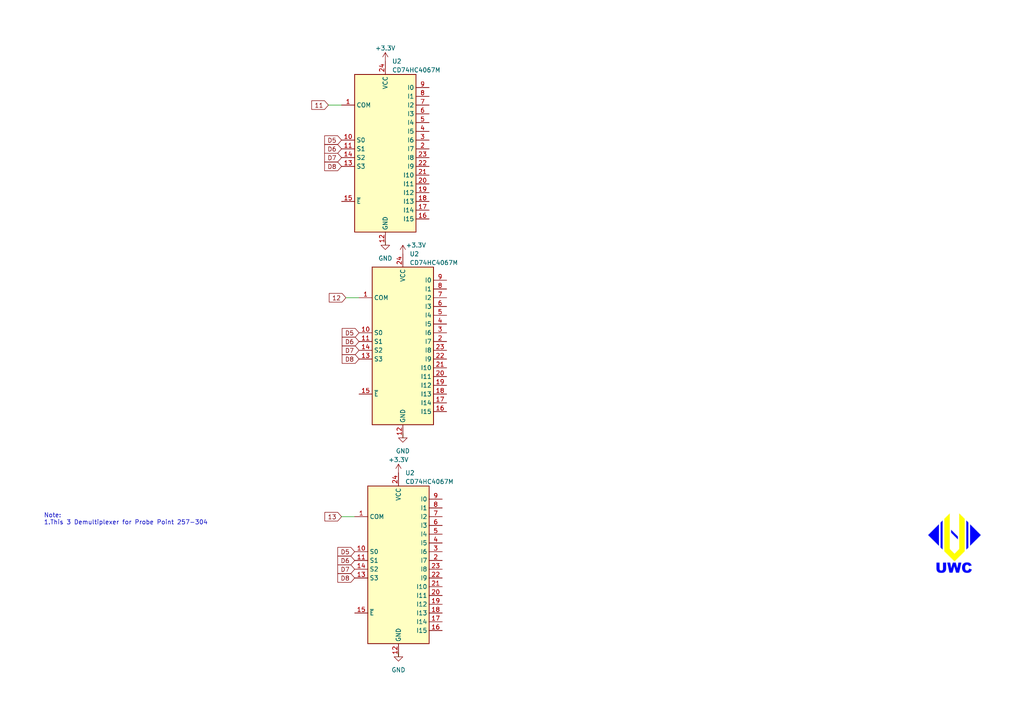
<source format=kicad_sch>
(kicad_sch (version 20230121) (generator eeschema)

  (uuid e76c00fe-8b1d-4880-97a1-18fb09ed1afe)

  (paper "A4")

  (title_block
    (rev "0")
    (company "UWC")
    (comment 1 "Danial Khir")
  )

  (lib_symbols
    (symbol "74xx:CD74HC4067M" (in_bom yes) (on_board yes)
      (property "Reference" "U" (at -8.89 22.86 0)
        (effects (font (size 1.27 1.27)) (justify left))
      )
      (property "Value" "CD74HC4067M" (at 1.27 22.86 0)
        (effects (font (size 1.27 1.27)) (justify left))
      )
      (property "Footprint" "Package_SO:SOIC-24W_7.5x15.4mm_P1.27mm" (at 22.86 -25.4 0)
        (effects (font (size 1.27 1.27) italic) hide)
      )
      (property "Datasheet" "http://www.ti.com/lit/ds/symlink/cd74hc4067.pdf" (at -8.89 21.59 0)
        (effects (font (size 1.27 1.27)) hide)
      )
      (property "ki_keywords" "multiplexer demultiplexer mux demux" (at 0 0 0)
        (effects (font (size 1.27 1.27)) hide)
      )
      (property "ki_description" "High-Speed CMOS Logic 16-Channel Analog Multiplexer/Demultiplexer, SOIC-24" (at 0 0 0)
        (effects (font (size 1.27 1.27)) hide)
      )
      (property "ki_fp_filters" "SOIC*W*7.5x15.4mm*P1.27mm*" (at 0 0 0)
        (effects (font (size 1.27 1.27)) hide)
      )
      (symbol "CD74HC4067M_0_1"
        (rectangle (start -8.89 21.59) (end 8.89 -24.13)
          (stroke (width 0.254) (type default))
          (fill (type background))
        )
      )
      (symbol "CD74HC4067M_1_1"
        (pin passive line (at -12.7 12.7 0) (length 3.81)
          (name "COM" (effects (font (size 1.27 1.27))))
          (number "1" (effects (font (size 1.27 1.27))))
        )
        (pin input line (at -12.7 2.54 0) (length 3.81)
          (name "S0" (effects (font (size 1.27 1.27))))
          (number "10" (effects (font (size 1.27 1.27))))
        )
        (pin input line (at -12.7 0 0) (length 3.81)
          (name "S1" (effects (font (size 1.27 1.27))))
          (number "11" (effects (font (size 1.27 1.27))))
        )
        (pin power_in line (at 0 -27.94 90) (length 3.81)
          (name "GND" (effects (font (size 1.27 1.27))))
          (number "12" (effects (font (size 1.27 1.27))))
        )
        (pin input line (at -12.7 -5.08 0) (length 3.81)
          (name "S3" (effects (font (size 1.27 1.27))))
          (number "13" (effects (font (size 1.27 1.27))))
        )
        (pin input line (at -12.7 -2.54 0) (length 3.81)
          (name "S2" (effects (font (size 1.27 1.27))))
          (number "14" (effects (font (size 1.27 1.27))))
        )
        (pin input line (at -12.7 -15.24 0) (length 3.81)
          (name "~{E}" (effects (font (size 1.27 1.27))))
          (number "15" (effects (font (size 1.27 1.27))))
        )
        (pin passive line (at 12.7 -20.32 180) (length 3.81)
          (name "I15" (effects (font (size 1.27 1.27))))
          (number "16" (effects (font (size 1.27 1.27))))
        )
        (pin passive line (at 12.7 -17.78 180) (length 3.81)
          (name "I14" (effects (font (size 1.27 1.27))))
          (number "17" (effects (font (size 1.27 1.27))))
        )
        (pin passive line (at 12.7 -15.24 180) (length 3.81)
          (name "I13" (effects (font (size 1.27 1.27))))
          (number "18" (effects (font (size 1.27 1.27))))
        )
        (pin passive line (at 12.7 -12.7 180) (length 3.81)
          (name "I12" (effects (font (size 1.27 1.27))))
          (number "19" (effects (font (size 1.27 1.27))))
        )
        (pin passive line (at 12.7 0 180) (length 3.81)
          (name "I7" (effects (font (size 1.27 1.27))))
          (number "2" (effects (font (size 1.27 1.27))))
        )
        (pin passive line (at 12.7 -10.16 180) (length 3.81)
          (name "I11" (effects (font (size 1.27 1.27))))
          (number "20" (effects (font (size 1.27 1.27))))
        )
        (pin passive line (at 12.7 -7.62 180) (length 3.81)
          (name "I10" (effects (font (size 1.27 1.27))))
          (number "21" (effects (font (size 1.27 1.27))))
        )
        (pin passive line (at 12.7 -5.08 180) (length 3.81)
          (name "I9" (effects (font (size 1.27 1.27))))
          (number "22" (effects (font (size 1.27 1.27))))
        )
        (pin passive line (at 12.7 -2.54 180) (length 3.81)
          (name "I8" (effects (font (size 1.27 1.27))))
          (number "23" (effects (font (size 1.27 1.27))))
        )
        (pin power_in line (at 0 25.4 270) (length 3.81)
          (name "VCC" (effects (font (size 1.27 1.27))))
          (number "24" (effects (font (size 1.27 1.27))))
        )
        (pin passive line (at 12.7 2.54 180) (length 3.81)
          (name "I6" (effects (font (size 1.27 1.27))))
          (number "3" (effects (font (size 1.27 1.27))))
        )
        (pin passive line (at 12.7 5.08 180) (length 3.81)
          (name "I5" (effects (font (size 1.27 1.27))))
          (number "4" (effects (font (size 1.27 1.27))))
        )
        (pin passive line (at 12.7 7.62 180) (length 3.81)
          (name "I4" (effects (font (size 1.27 1.27))))
          (number "5" (effects (font (size 1.27 1.27))))
        )
        (pin passive line (at 12.7 10.16 180) (length 3.81)
          (name "I3" (effects (font (size 1.27 1.27))))
          (number "6" (effects (font (size 1.27 1.27))))
        )
        (pin passive line (at 12.7 12.7 180) (length 3.81)
          (name "I2" (effects (font (size 1.27 1.27))))
          (number "7" (effects (font (size 1.27 1.27))))
        )
        (pin passive line (at 12.7 15.24 180) (length 3.81)
          (name "I1" (effects (font (size 1.27 1.27))))
          (number "8" (effects (font (size 1.27 1.27))))
        )
        (pin passive line (at 12.7 17.78 180) (length 3.81)
          (name "I0" (effects (font (size 1.27 1.27))))
          (number "9" (effects (font (size 1.27 1.27))))
        )
      )
    )
    (symbol "power:+3.3V" (power) (pin_names (offset 0)) (in_bom yes) (on_board yes)
      (property "Reference" "#PWR" (at 0 -3.81 0)
        (effects (font (size 1.27 1.27)) hide)
      )
      (property "Value" "+3.3V" (at 0 3.556 0)
        (effects (font (size 1.27 1.27)))
      )
      (property "Footprint" "" (at 0 0 0)
        (effects (font (size 1.27 1.27)) hide)
      )
      (property "Datasheet" "" (at 0 0 0)
        (effects (font (size 1.27 1.27)) hide)
      )
      (property "ki_keywords" "global power" (at 0 0 0)
        (effects (font (size 1.27 1.27)) hide)
      )
      (property "ki_description" "Power symbol creates a global label with name \"+3.3V\"" (at 0 0 0)
        (effects (font (size 1.27 1.27)) hide)
      )
      (symbol "+3.3V_0_1"
        (polyline
          (pts
            (xy -0.762 1.27)
            (xy 0 2.54)
          )
          (stroke (width 0) (type default))
          (fill (type none))
        )
        (polyline
          (pts
            (xy 0 0)
            (xy 0 2.54)
          )
          (stroke (width 0) (type default))
          (fill (type none))
        )
        (polyline
          (pts
            (xy 0 2.54)
            (xy 0.762 1.27)
          )
          (stroke (width 0) (type default))
          (fill (type none))
        )
      )
      (symbol "+3.3V_1_1"
        (pin power_in line (at 0 0 90) (length 0) hide
          (name "+3.3V" (effects (font (size 1.27 1.27))))
          (number "1" (effects (font (size 1.27 1.27))))
        )
      )
    )
    (symbol "power:GND" (power) (pin_names (offset 0)) (in_bom yes) (on_board yes)
      (property "Reference" "#PWR" (at 0 -6.35 0)
        (effects (font (size 1.27 1.27)) hide)
      )
      (property "Value" "GND" (at 0 -3.81 0)
        (effects (font (size 1.27 1.27)))
      )
      (property "Footprint" "" (at 0 0 0)
        (effects (font (size 1.27 1.27)) hide)
      )
      (property "Datasheet" "" (at 0 0 0)
        (effects (font (size 1.27 1.27)) hide)
      )
      (property "ki_keywords" "global power" (at 0 0 0)
        (effects (font (size 1.27 1.27)) hide)
      )
      (property "ki_description" "Power symbol creates a global label with name \"GND\" , ground" (at 0 0 0)
        (effects (font (size 1.27 1.27)) hide)
      )
      (symbol "GND_0_1"
        (polyline
          (pts
            (xy 0 0)
            (xy 0 -1.27)
            (xy 1.27 -1.27)
            (xy 0 -2.54)
            (xy -1.27 -1.27)
            (xy 0 -1.27)
          )
          (stroke (width 0) (type default))
          (fill (type none))
        )
      )
      (symbol "GND_1_1"
        (pin power_in line (at 0 0 270) (length 0) hide
          (name "GND" (effects (font (size 1.27 1.27))))
          (number "1" (effects (font (size 1.27 1.27))))
        )
      )
    )
  )


  (wire (pts (xy 95.25 30.48) (xy 99.06 30.48))
    (stroke (width 0) (type default))
    (uuid 248c98d5-9e2c-48e7-901c-d9337d1916d8)
  )
  (wire (pts (xy 100.33 86.36) (xy 104.14 86.36))
    (stroke (width 0) (type default))
    (uuid 6d3b2fbf-acb6-44c1-9c7c-9aadd6a08b2f)
  )
  (wire (pts (xy 116.84 125.73) (xy 116.84 127))
    (stroke (width 0) (type default))
    (uuid 718f50d1-9a93-4420-a7eb-cc50dc02f870)
  )
  (wire (pts (xy 111.76 69.85) (xy 111.76 71.12))
    (stroke (width 0) (type default))
    (uuid 76459cb9-91c3-4070-a8c7-2302ff6c8701)
  )
  (wire (pts (xy 99.06 149.86) (xy 102.87 149.86))
    (stroke (width 0) (type default))
    (uuid 8da508ac-c3fa-4855-8614-3246a558ab1f)
  )
  (wire (pts (xy 115.57 189.23) (xy 115.57 190.5))
    (stroke (width 0) (type default))
    (uuid 9779a146-e88e-408e-91de-a481422eba4a)
  )

  (image (at 276.86 157.48) (scale 1.41259)
    (uuid 04373e12-dbe4-4912-9306-4aff1c55a78b)
    (data
      iVBORw0KGgoAAAANSUhEUgAAAIIAAACUCAYAAABfjPF7AAAABHNCSVQICAgIfAhkiAAAAAlwSFlz
      AABcMAAAXDABsIpz7QAAIABJREFUeJztXXd8VUX2/869r5fUlx5IJdQAYqNZkOK6YmVBlrLo+kPW
      RUSx46oYsBuwoFRRZAUryLq6oqJAKKIiEGpoCYEQ0t/Ly2v3ztz5/fFeIJWS5PGSmO/nc8Xcd2fm
      zL3fe+acOefOELQzuKQNoIzBpLsBhJAWrdtatQ4qUYRRpwMhg1u07g60IBR2FLIyBodzODjnLV7/
      6bIKcA7IbI5f6g8khEAL0FJQ2HFUSingSp8bOyc/O8EfbYQFrTZJdOYjgCWVsZngSvshQ7sgAucn
      UIUEmDTP3yiQ/70nkl1+0dsi0WpEsvkegq8WE5KWRJXZ4FzxR1OXHG2eCFzZjaKqTtDzjOHAfxcK
      2BknQKItbR94G9NxAisVkDVEwecLQDolMmVGuxgm2jQRFHYaVncfWAwv3ATy9RJCdicSwvzYIgch
      ACFVEMjmG4E1S4G+yTJ7os0PE22WCAo/BhePhkmTMQJY+65IdiUIhPq/Ye7VNAKqIGLjUOCzBQLp
      mUTZg+C83P/t+wltkgiUroe1LBkaZAwH+epdgexOJEQGwAEovn/9BMJ9hwJC7CDYPILj84WE9OtE
      6QvgvMx/bfsRbY4IjG2FKN5AgkKeHEnI1++JJDuFoIYm8INpcK7KCbFDxMYRBJ8sIyThMlm+C4xb
      /SmEX9CmiMDY9wAGCIw9/FfgqyUC2dnprCYIAMhZm4GQzcOANUsFYXhfeLqA8dLAyNREtBkiKPRb
      cGEY4coDowi+f1MQDkV7NYFPVQeKDL72CXFCEH7pR/DfpRAf7KFIFjBeEiCZLh5tggiUrQMRbwTo
      I+MJ+fFtIuRYCJifh4GLB4ELRPjtcpB1HxDxpXTu6QyFnQ60WBeEVk8Ehf0M7r4RjE4fR8i3rxHh
      SBSBEmAt0AAIBwhA4AEhO68E/rcM4rN9FWUmPPwSeDPNRKsmAmW/gAhXE6KZPo6Q714nwuFoLwkC
      LVlj8BKTEBcE4bcrCPnqHSClL9h0yJ5WRNoG0KqJwKEWZTZtDMj6N4lwNMY7HLQyTVAXxHfADUJ2
      DQT5diFB/GVcDrBc50HrJoKyuRPBLy8KwsEaNkErJgEAr3zV3oQbAtl5NcHPTxIdVQVasnOhVRNB
      QIVeQIWZkLZCgprgPu3gBkFZGOFuMdASnQutiqVjZrwMAPh07pO+MwQg4G2LADVR7doqHL6xobqP
      QM1+Bh6tRiNMmnMI+7Nvxqb1Y2ucbbVW4QWDnPnv2b5s3zIKR3L+jCX7fwyQVPXRKogwZe5mrHgh
      GCERxeld03d1DrQ8/sFZInROOXS5KdQWPX9a6+lqwInw1LvrsfSZHujZ33nVkd+Sl5w61Ckh0DL5
      G8f3JPzpyG8JbwVHyJF9RxwG588GWqTAEuGJFb/gpYf7oteAsqtOHDQvrTgV0odLmvaR8tMIPp37
      JDx2PUqPh4w+tCP4TXOYFNln+ES8v/+ngMoVMGPxn298hVcmdUafIRVX5e8PXVpZZE5Xad0O7o/M
      otYGQjiV1CjND7kLIEjrVz79jQdjiwMpUsCIEBFXit5D7FflHwhdaisKSudKwEepSwkCAlCPhpTm
      B98FACm9yx8CUBQogQJGhI1fJAQXHNK/aisypSus2sWubV23V3BOwLm3r9SjIWUngu5SqRxHAfwr
      UDIF7DV0Veq1brs2ijOVz9cmbXa2oGnwEZ4QMElNnJWamEBKEzAicC5yDsI5yJk8wD8eCM5Ml3Eh
      oO/BJRkanlm0Ez/95AQXPNiy8gbvyVrZxn9UIgBA9TBxFqMfegqFRSNAoEPWqgGXRAq/a4Sn3v8O
      yxeFQme0ddLqyiP93V7bRW2FoNNZU4NCbeYBo/ddktb9SoSNu/+Nj9/uhogYKfXg9i7vFhxK6OLP
      9toTjmUn3bFnS5c5IZFu0+C/7Pd7e34jwns7V2HCpOsQEedMPb43ZEnp8fChklP/x7IHmwFHeZC6
      +Jjln3s3RmUEWSTTgL8c8Gt7fiHC0+9nYfbdgxDT2ZGauydkcXlB8PUKVSmkgwYXhM/eeAkA4ZJT
      qyo6FjptT5YlIzTCbRo4xn9kaHEibMl+H6vmd0Jkoj31WHbo4vKCkCHcl5NB/tBG4cXCe69kp1ZV
      lBs6bU9WREZolMtvw0SLEmHpb59g7N3XwxLrSs3dbVlcURAyhMnqP9j8QMuCg0By6lRFx0KnZf8Y
      mRFs8ZgGjtnd4u20GBEeX/Iz5vy9P2I6OVOP7QlbXF4QPESRVfAyW8Af20VsKs7eN69mCJm2Oysi
      IyzSbRo8qmU1Q4sQ4ZeDc/HZohhEJpzVBApVt/5E07YEAkhOvao4N3Targ3xGSGRbtOA0S1nMzSb
      CEs3r8Kdd42FJdadmrsndHF5QfAQJqtqzad3oLk4ey8lp05VfCx42u5NkRlBFpdp4OiDLdJCs4jw
      +LKdmP3AIMQm2FLzskMWlxeEDFGoCuSMe9BBgpaDL+mNcMhOnaooN3Ta/qxI3zDRfM3QZCL8evA/
      +HyBCVGdnam52WGLywtCvJqggSnTDrQcOK9tQO7eYMkIjnSbBt21p1n1NokIizevxZ139YUlVko9
      lu0zDKvT9juGAz+jYQMy2OI2Dbqz6QbkRRPh0cU/YM60vojt7Eg9ttuyuKIgeAijarRWo/C2B9/H
      LQ98Gmgx/AB+1oA8Fjote0NsRnikyzRg9N4m1XZRRNh15FOsXpSGqM5eF7HCZxiCE3DeOl1EjV42
      jHniU+Hm+w8FWpQWhnDmnstOraokN3ja71lRGSGRTZt0umAivL3pM4wcNQDhsc7UvN1hPsNQXcMw
      bJ04sKPHLS+Mf37CY+8eIbc88lugxfEDqjWDTlWcGzpt78aYJsUmLogITyzajMwHr0JsgiM1b0/o
      WcOQo9UbhmV50ZEFB6Lm/l//3uMfeH0DuWWG/yN5lxZe47ymAbkny5IRFnlxsYnzEuH3oyvx2ZJ4
      RCZU+WIHwUMU2pZyDAXmqDCEFx4yzZs64C/jH8w8QEZO928k79LD+xy8rqU3NpG9KSIj5CJiE+ck
      wlsbvsCtfxkAS4w79dius7GDtgYCAY4Kk6UwJ2ze/f2vGv/4G7nk9kd/D7RYLQ7OAU5qaIYfIzOC
      wz2mgaPPH5tolAgz3vkFcx+8ArGdXanH9oQurjh1NnbQWg3DxsB98Q5HhdFSeCho3j0Duo9/7LVd
      5PaHmmZht14IZ/I/z7iWmyMywqLPH5tokAgb89/Bmg+ifLGD8DYeO6j9xYzDqreczgmdN6n/sPGP
      zTtKhj/8a6AE8y9qxiZ+On9soh4R3lr3GcaPvAOW6PYROxA1EhNECgLu83AEOKwmy6lDIfMmDbhs
      /H1zfyC3z2jerFzrQ2OxCXejsYlaRHjyvW3IfPJqxCbaUvP2tI/YQUSC+4eQ6KosQSV71SYXAC7A
      adVbCg8FzXuq/7jxj2XuJLe2QzIAdWMTERmhjcQmzhDhp/z/4dOFFkTFO1Nzs8OWtJfYQWGu7khS
      esXk0LjKLEHlXZeREAUAgaPC6NUM/YeMn5q5h9z8UHsjQ/3YRHYjsQkBAF764StMGtkDlhipOqnk
      +vYSO3jgX9+hINeQk9i7dHJonC1LVFUvdUcALsJpNVkKD5vn/XPAgPHT5x0gox65NOnjlw4NxCY2
      RXiHiTvPagbhiSWfYeGjvRGT4Ew9lh3R6mMHF4t/TZiGx+YeQ8GRkJzEXhWTQ+OsWYLIanSPw1lh
      tJzOCZv3z/79xz/7+kny50d3BFJkP4HXMiD3bIjNCI/ymAb6ZiCF/34Whoh4T+rRPWFLKgqCWn3s
      oCl4+Mbr8frn61F00pSTmG71kkFFQYjXseTca0AWHgqZN2pAt/H3v7aVjJzW3oaJ2rGJ4tyQaTs3
      Rc42mBXz2OeWQ7DEiDEnDxrfrTjpHQ5ae+ygqRjfcyLufuxHFOWachJ7l08Oi7NlCaJ8dujjxGtA
      5gTPe7j/beMffWsHGflo+41NyC6tqjg3aNrRbO0ToiioBUEgTpUGOaJaYWcubKeYPWEi/m/e78g/
      aspJ6lU+OaTagCReA5KDnHEt/6//0PH3v5ZFRj7c3mITQPVakCqtYlOphcMQFEWgMrf1GmifGZlk
      XaDRuWl7GQ4aw3MjbsHCTzejON+Yk9S7dHJInC1LFH3LovrcS6fVYCk8bJ43fcAd46fOPUbGTNsW
      WKFbFN7nawhxlMelWWc8/bZtBVfAhKx/Xw9bqdqePrh4ZkSSbaFaJ9Gz6wO2T9zZ668YPWMzTufq
      cpLTyyeHxtmyiFj9dba3305fbGLa1b3HiyqlVS+WeWHwzQoTBYYQZ3lsmm1G5pptK9Yu1yorn53k
      dR+3fZmC8lKtvecA28zIJNtCrd5NCdridPKF4/V7/oqpb5bg5FFTTkJ6xeSwOGuWWNeArDBZio4Z
      XtifrU0OtLzNBfENf8YQR3lMl8oZGZ/9vmL5q2nKmvk9ANSYUNq+ujvs5Wp7+qDSmRFJ1oVqvaf1
      ry3fTDw19GosWrkBJfnBZ70JkdaaQJNdKrPbLhoCJ2XLwRDqKI9Nq5gx58ufV6x6LVn54o3LzvxW
      a4p565ousJXo7OnXlM+MTKxcqNG7KSEKQNrvine3XjYBox/9AaeOG3OS0q2TQ+Mqa2gGBd4xslWt
      VHxRIEQBIQoMIY7y2FT7jMy1v634+JVuyn/e7lPrunpBp61fdkF5sdbec2D5zEifZiBteIr5QpD5
      t4l46OWjKDhizEnwzUAKooz2sa4ThyG0qjw2zTrjuZV7V3z4cpry5Zvp9a5qMAy9fU0a7OVqe89r
      SmdGJtq8ZPAZGu0Vj998HeZ+vBElJ7Q5Sb3KJ4fGVWYRlT83E/UneA1N4CyP7WKbMfvTLSs+mRev
      fP5G7wZLNJqYsnV1GqwlWnvvgTavZjC4afvWC8DYvuNxx9SDOFUdm4i1bhZEKrZNtcBh8BmGmV/u
      XbEqs6vy1Tv1NUE1zpmqtn11N5SXaO09B5WcGSaqG2mveHPyzZi54AhOHg3JSehhmxyRWLJRNDra
      yDvgey6EnzUMP96xYvnLCcraty4/Z8nzJq/+vDYZ9jKdvdegipmRifaFGoOLEtK+5xmmXncD3v33
      OhSe0BzselXu1LjUguOBlulC4HURGYwhjrLYVPuMl9buWrHq9TTlizd7nbfsBaWzb13dFbZStb33
      4JKZkYnWBWqdh7ZjpQAAuLPfPXjgKRlup/GkWzZVBFqeC4Uh1FEek2Z95NWvNq346JUkZe27PS6o
      3AX7RdtWd0X/Ow7ZewyqeJoIHCXHQ/7hqdKqzyaztj88PSE10CJcEIhvr2pjqKMoOrXyiee++HXF
      ipe7K2vm9Tl/YR8u6gn+vCYN9lKNfcRY61NxaRUZWpPL1Z7thbYCQhjMlsrjnXqW3fvutvUffvpy
      mrJ6Xr+LquOiX+Vta9JQUaRxXP2XY6/GpFpna01uF84khnbgUoL43ESTxX48vnv5lAObkr9+Y2of
      /tX8hl3Ec6FJOn3122koPBIsDb61KDMmxTpbb3a4AAUd2uHSgRAOIjCYI2zH47vbpuzfmLpuysvf
      4ZsFF6cJqtHkwf2n9/ridJ5BGjz6RGZUqnW2zuRyNbWuDjQFZzXB/o1J68Y+/xsWPXljk2trlpX3
      /fKeKDxilq6/syAzOsU2W2d2ughhvizhDvgDhCggAoU5wn48vptXE9z9wjZ8/NyVzaq32eb+D++n
      o+CoSRp8e2FmdGpFh2bwN4gCc7Um2JS0bsoLW/DB0wObXW2L+H3ff5COwlyDNGj0yczoFOtsrcnl
      8s51d9gMLYUzNoGl6nh894op+zemrBv33E4senpwi9TfYhMAPyzvhcIjZmnIHcWZMSkVGTqT02dA
      dqC58HoHXhcxvpuXBJNe/Qkrn2+aYdgQWnQm6Mdl6Th5zCj1H3ViblSqtcY8Q/vOdvIfzsYOzhiG
      m5LXTX5hB5Y/fkOLttTiU4LfLe+OolyTdP2ogrkxKbYMndnh9G7y3UGEiwUBhyBQmCMqzxiG42f9
      hiVPX9HibfllbvjHZX1QcNQkXTvq5NzoVK/N4FukoAMXCg6AKDBZqs4Yhne/tA0fzWqed9AY/BYk
      +P79dBQcMUkD7yycG53sdS250kGGC8G46bNABCaaLVUn4rtZp+zfmLLu3hc24oOnmu8dNAa/JuP9
      sDwdQ+/eJ111ky1z73apSmewOdHyK8y3S0SmFOYqiuMfe9enrxv3/Fa89/T1fm3P72HD9R/0RHG+
      VvrbY4vf7dpnX3tbq6YF0LDt1Gfgb5/vXZ/+zb1z9mPlc4P8LsUlSc/dsLILwiKWMUGQ2moSoJ9Q
      kwS1R02nVee5/cEVeO9ff7skklyyPO3Vb/69zhle5///wOYDAWrej5VvzrrkIgQsYV9QAYKgkOrZ
      R/4H9S6rv58QVEpA34SApRaFRNDKkGj3Nxq925cQ+0fVCBz6EGdZaLS8LpBSBIwIbic8PQbbn49I
      tC1Q6z3Mu9JPS81A+km9ENYidXtXZPAmAPu+O3jknucrP292xc1AwIiwYdW1sJWKlb0G2p+OTrZm
      ak1Ol1eeZmoG30jD2HvNF7IGGOfgEDlvESYQ7g0gVZ6IS7NOm7tmz4pfvlUHNDAT0KzT7au7wVqi
      sQ+ZcOKZqC7W2bogh1Np7qQTUcCJEg/0NDC6oEXk5FwC6D0AKYsDeFhzuDD+0VcBwkRThP1EfM+K
      yYe2d175/ktJDX6GdikR8PTjn9cm40ROkNT/pvLM+B5FGSFxJc3MZ2AADvwJfH4G0EfH2Mpm1aZw
      DkYfBCdXJxP+5VuE5HdqrtaKSjmdG9+t9B8HNiSvm/ivbKx++/zfHfgbAScCAPz4fg8U5eukiTNX
      vNOt3/7s5tZHyGkdyI8PcLz9DJBsYuzfTa5LYc+BkMtTCdYuImTLDYC92VbtZdfs/nzfjz2/Gf9q
      NlbMufCUc3+iVRABADb+uyt+/V8fJrtU8tmzTRs2CeEQhEItETY9Dj7/GSDJxNiKi6qDcxmMvgCQ
      qBTg47eIsGUYESrrrOzcNDisWvedD32Mjx5vHSRo9aByRnfGuhRxDs45uehDUQhnLE5mdEwGYxuN
      jH1w4W3Tu8HoohRGR3ynsCDOlYtv33uInNKB31GpQuu/O9V8tBqN0BAUiOBc8Ml48a8iIQSEnFJB
      yHqC8/dmASkGRjPPWYZzDkrng5ArEoAvlxBh23BC7HUXeb9QCXxL4IqEk9a9DFOrJgJH5yIFqb8o
      PLiJK8NzEAIQclpDyA8Pgi+aBVypPZdmoGw+CCLCOV87hwhbhnhJ4K3r4pom4AoB5zES58kbFOjl
      8xfqQIOodN8Imb6bItPh3zIliDd1iOBc4IoicMainZROeEVh2wyMLa/VFuccbjoblK6NpPSuTxkL
      Z4oiNLE9whVOOGNxHpmOf4nS9Ua3LAXoLrYDcIVDps+C0kXJlN60gSlBnCsi5814QIzFSoxOeI2x
      rUbGVnnb4RyUvg0PXRUuy3cuZ8zSZNIpiugjXZxM6aR5lP1ikOVlAb6T7QCKzEHlyaB0SReZjljH
      WBDnvBlvqiL4yDA6g7EsE2MfQ5YeA2VfRsv09g8YC2dNNwy9RKAs1k3pxFcZ22ym9OK8lQ6cA5wz
      UPoEZPp2AqXDv1WUIO+Nb5Jm8JZhSqzM6MRXGdtpkOVVwZSOXsWYpYnegcC5Ivi8lFiZ0omvyvRX
      PWMfBfrWtT9wziHRR8Ho4i6UDv2GMRNv/hgeKzE67k0q37qcsTDadE0gcIWJnLE4D6V3z2Nsi1mm
      HwT6lrVfMMZB6XR45NnRVL75E8bCmXcsb5pmUBSBK0oYZyzER6qmEauaVDId/yJlW4wdmuASgHMO
      D50Myj63UHrzYsYsCleEZhiQ4M0zDEWfYXj3G4xuN3bYBJcYlL0Fyr6IoPId7zMWrjR1iGjOoSgC
      pyzWLdMJLzOWZWIdJAgMKM2ETD8Jp/TmRWfGeEX0MwGEOi7i3zJlus3AaPOinB1oJiSaCVleHkzp
      yMUKC6PNMSAvZkhgLNZN6aRMxjabZfphoG9DBwBAkmZAllcEU3rrMoWFydVvbouTQBE49way3DKd
      +IpMN+ubE+LuQAuDcw4qPQ4qLwum9M8LFRZOvUNEC5JBEXyaINUhy397itHNepkuP79wHbi04JyD
      yrMhsxWhVL55EWOWFjUgFUXgjKbaqTzlAcq5hnaQoHVDZpmQ2cpwKt/0rne6WGieAVntItJkK5Xv
      n84UrpKV7wPdzQ5cCGT2NmT671CvN+EjQ7M0QbKV0inTZMpFqgT084MOXCxkeQ5keWUIpSOXnjEg
      L4YQvkkqxlJsMp36MJW4SOnXge5WB5oCWZ4FWVoWTOntHzAWwZULjiVUG4YpNirfN5UxrqLSF4Hu
      TgeaA1l+AZSujpTpqAWMxbgvVBsw1qWKyvdNZdylpvQ/ge5GB5oLzjlk+jYU9otBppMyGYvzKL6Q
      ceOGYUqlLN83lXK7hiodw0G7AeccjC2BrGw0yHTCK4zFuhsKOXsNwxQbpfdNZZSLjP0QaNE74A9Q
      ZQUo26indOwcxuJlr2aoETugyVaZTn1YplxkHYZh+wZlyyCzzWaZTniFsjipmgyMJnldRJmLcgcJ
      /hiQ2b9B6VYjpRNeYSyeUpZqp3TKA0zhoix/GmjxOnApIdOPoLDNJkme/C9Jnvx3RZHV7A/sHfxR
      lykBADC2HIIwCQDAlXUQxKbvd3ChuOOfx+BxOOFyucAVApFwGE1GCEaCL+d393v7jaHFv3Tq+6e9
      MEWfgGgohWgshWgs8R6GUqiMxbAk7YdHbvwz8O7XH4Ah4gREQ8nZssYSiEZv+ciU/QCAqe9+hYiU
      I2fq9rZVCtFQAk1QIRL6Hmyw/oQ+R6EJOQXRWAJN0J+hCymBNrgEavPlCIrLw5W3ba9XZsorGxCe
      dAyisfiMLNWHJuQ0Eq840Gh/nljwGa77616kXHkYEKxY/c5NJDyuUgfBGQzBGSyoHEGde5Vqvpzf
      DbrQ0+h17QH86d4dF3nXm48WX0xLa/CYwiKVUZKJBXnPeD8VIyAAFJhD+KH9J6RGJ+yNRiksPIrd
      KbuZvvYvBAIUmMJodvFRbLSXc1VIhHKrSFhcbcXGIYgKTEHKBgB7atawYM3zeHce6y5HK8M4ZfU+
      YtOaFJtGz74A4Kh53hRcIoSGx9ykFlly9cI31RBEBcFhdAuA3+v2ZfiEXZj7RDRGTDhhVmvVfTp1
      tV0ZmbChD5XUMVRm4ZwTCAJXfttISiKTTubrzHSXqFa29bm+6MDhfUfkIX/Kx9JZLbv49iVD32FH
      OxnDKvIElcTrHqLaxcPj81fJNKnRIan7oBPd9SG2EkHlaaC8k0ck5M0HgIy1S8XIlPyPRI2rznUe
      rtI6eEyX/FdufqB2lJBzIKbbiRfVuiouqOvXbwipqOx2zaEBdWUacfeOkODokl8bkklrsirJVx4a
      W7udJeg55AgmPL1Zl3bV4bHhnQp/0JntNlHt5kSQOSGUEzAOMA5CvX8LEldpXNwYaj0d3eXUB+nD
      D14OcNzy8G8t9GTOjRYfGhRFzRWqUhSqQt2DUTUUquIqsfHvQQkTwKmKK95rax9MDc5EDgCL3+nH
      jEHYDS7Ub0dWwePUdgkLZbU03sj7swzuSnV/6tFCkevKp4bk1JnsFZoBQ/6yrZZMldageOrRJihU
      U6eMCEEkpXoTr7WibGr/YTAGSZ3Wf57wTv6ByGXlBZahbrsxiMkacEUE54JvjXICcMH7t6IClbRw
      VARFFeeGTzq+O+LzLlfnTuhzQ6kw8Zn1LfZ8GsOl+xqa1Pn3nGj8y+PqX75YsxEalbxDpZbr7z3J
      CWRJTM3dHx1S83R+jiXJ49T2bFgMDkZF4qnUDkzo6lHX/KXkpNJZdovB9dohHBqtnBcb7zxZferq
      2/YiKkaKz8u2LCzOtfzdYzfqOScNrBjHa/xbu17ORFSWBCWeOhT25qcvpI35MGNoo/ejpXDpiNDC
      K95dbXwYQRbnEbVOOl17r2rvW8Y8Yqy1RB1Tff24WdtQWW7oJ7m14ZyLDe8aoAhwOzT99u2yxFaf
      emTZOngcujRGBU3dywVBgUbvPtj7uqJKAJi+9AuERFYZ8/ab5pSdDPozk7TgELxvPQhAqvfHVAAo
      8G6E5t0MjdRYHYZzAeAinFZj2OncoDl9bzrQ808P/tpSt65BtOr1Ec6HhB4VRWo9PUJQf9E7KquD
      nHZ9CufepX+7dSsSXHbNdUxSN7piBQcgubRxZUW6Pi9+8AkAICycCZJLla6w+na1IFLoDGynrcyo
      AMBHs4biSHbULeWngsYyWV3vei8YtEaXxxxuO2AOL9tmDK/M0RhcbggNvSkCHOXGlOK8oCmJKTa/
      rrTRponw2es3u7UG9y4i1l3rm4DKKrXLoe0hXu9db/GHLxPD3FWaK7lyji4TgMmixlWpHfTUpGcB
      AFv/azFKbnU38PoaRFQzl94kZS994hoAQK9r84Otp4xTPE6tltSuFl5vhiE4pnJX5x6ld/e5tuiG
      wbccGNHzmsIhnXuVTwyOsu8WRNmrGXzL8gIcTFajstgwJmttvF/X32vTRNh79BZojHSnoGK1mMBB
      oDAVZLfQ9eN5mcLX5Wtw+qShu+RSJ5/PSFGYAGeVdtAN96w0A0BBrjlK8qgTeANEUGnp6WCL6zAA
      OPk4nDqmv6KqQncVV4Q61oB3615zRNW+lMvKJ544FPQxFPVpJgVXQVEX5h/Wfp7Qu+zvpnDHYVQP
      HYICQSVDY3B5BFGWqOTp1tz7dS60aSKkp66EOUjar9ZQa70fuQDZren63ltDTDeHDYGzTDuIelSm
      GhegQUNNESFVabuW5OmSOB+EKpuYzDyipW71hHBodPLhrv0qigFAj5WwW3UDZbfGUHdeAwBUWg8L
      i7LP3/F1wt5R03dh89o0rPuoH7av7YaX3snH7nWpv4fFVS41WWyV5nDr3vD4ss+iU0qe7tTj9J0p
      fUtviOwAoKdgAAALIklEQVRc7Nf57zZNBACIjHflq/VyfkN7TMqSEF94Uhdx34K9KmeVdiCTa47z
      HGqdhNAYp3KGDFwAIED2aMI8DuOggZOWwe3Q9GBU1NbcnMy7ByOFxiDvnj9nphsAps7/Su1xqC7j
      TIW6k04EHBqDXBgc6Vz/0ILN+KiOFzDjr1dj0uzt6Nq/5IPLh5++qfe1J294fvm34woORrzodgrf
      gAhHVCrB2VL3rCG0eSKkD660qfXS3oZ2kWOyKtxpUyf89nVorMeh6VNbvRNojZ7S6BTbWkFFeZ1y
      gq1MM/hvt/+k8ji1vRQmgtQsyzlEjcz0JvfO7/O8G3Ae3pGok92a2PpDiNdbUKml4zHJZYVv3N+w
      K7j8mf5wOVTFLie2ckVd8t1H3enk539Bwf4U7PquG3760L8uZMD2a2gpOOwGRaeXdwoim8iU2oY1
      k1VaT5W2mx2CQXarY2q9pYRDpZb3i+rKpRpd0DBPlcpcPRnOFQHuSnWfTz67MlFyC125ItYYQDg4
      AJVatprMrv2jk14BANhOy2aFIqwxG0QQhVO3X1/s+t/Cxvuy6cPLmngXmo82rxHee+JKGEzubFFN
      663hrDCBSBLpJXl0I6hHo665VCIRGfRmaVt8V+vPWqN0FHU2Nve4dAnFJ4OGUo+6U+0NZggIAdQ6
      +XhYZ1d+9VlJUkSFkYZ9RgJwCPJ9d5W12q1x2zwRAMBskY6otXIRUHNiCeCKAALtIHeVdpjCVKip
      tlUaWTYEu7b+b8GJcp3Rs50INZ8RAfWojS67aTKTdZHeSaEavxIGjY7mDBm4z3b2JDvHXtgXthvu
      zdM/x22PrMdzy49feOdbCC1PhABkOKRebi3S6D2HCKn7whHYy4y9KkuN3eoacGq9dDIsypn90KfR
      0AV5skSNzM78TjgUJpKCnJB+HqdWX8/4ExVojHTn81MnnWlQZyCSoOLuBgXkAAE3PPVa/DknhSL7
      bkPvYVbV85OikHLFEVw3Jht3TN95cTejifCDRlBIbcvKB4Lq+XYOnKxf7OyF1Vu5NPxrA+cWzH7Z
      rTXKuwWR1bMZHTat4KrU1C5GFOgM8s4ulxcXvHnXdQi2SL9rtHLJWe/B25LsUhPewFZLKg11643y
      bs7PPtfIBINdVJGS+m+9d1xhshK9KyeoTmi9NvJ+HGNcMbP364l9Smaptco1Kq0nbM2bfRHT4zj6
      35aNSS99e67izUKLE8EQanWJKrmq3g/Vu3cRlenxzC8bNFL/u+U9cMFlJFypN68PAERQoNJye93z
      3x++CnqjZ5egoqzmg6ies6/VTaJApZa5wezZmrfbKANAp9TSPK1R2lMzXuGNEDZ8e9RaWhwSLh+u
      qYHGjv3WrdG7j9QeYqrrImBU0/n0SUvMvPWrG6xz9HO/orQwuEtxrmXiiX0Rz+VlR3/92/eJ66K7
      FLxhMLGRCkcc9eNOui1OhLRuJ+xqLT1Z353zvhlUUvfauCktbtg9tbdleP6brzHy1vFwOlRXUVkV
      1KCwIuMqvZJX9/xdac/BGCTtU2uo9byxLQ6otJLdGOrZdtM/TgEAvl44yKUzSduEelPVDYAoUOnk
      wwk9Kk7XPP3iB48oerP0S11XFPB6KJJLHWUr1g55eOhNGPd67Syoux7JwtOzfidVZcZxklMXqlAV
      PHaDubIo5IqS3PDpJ/dZPj91xPiiwVzVWACj2WhxIiyf/YVHZ5R3iKJcx3gSwDmBy25ILMwNuq9z
      r0ptp1556HntLnQffAAvj78cA687nlRZaryXSiqhIcNKpaEOY5Brf0Pthse78lU66XjjBpsPhEOj
      l45FdrIdeuamUQCATbtvgjHUuVmtlVzwzfU3Wlzg0Orl7CtuZ7W8lD1LbkRYlJylM7lPgyi1RjcO
      AurRieWFIQ/2+XN+v5WPdkPawIPode3vSL3iMD7JHIxxQ4cNLck3TWSSyjc2eu0ShapBJbWWK+pj
      A/vl+m1B5xYnQgUSYQpzbVPpJE/9h0lAPWqhODd4+jcLUxbpjMpwgHcFeHp0snvCwV/DPqwsNvbz
      ilV7mpYQBXqze29cqqvBbYUvG7DPptazfed6iIA3dKw3e7bf/9z+8upz1/b5FuEx7j0a/fmJJKoo
      0xrlnacP0do9I9+hy5XFOWaL42tRlGvHqHzJJ/YSU4+83y0fJva2TRVFfjkHT1OplYGdeuY/cyI7
      9D1XhSHaux3AmX3gAHDoTK6S0BjH17K7VW/5UB+DxuyyhMYXbyOC5E3HAuOAUuOgXFB5uNZY5dSb
      rad1ZluJWuekRJA5COUArVOGco3eQRP7Hn+A81kNtply5ynEd897RKV21Wmr9qHWOWhS32Pj719U
      +3O2B978WhWReGqlIHp8aWR1y3r7oTPbyrtek9OvIRlunPIr0ofn9DFHluZ5+1G77wSMEyJztdbJ
      dabKcp254rTWZK8UNW5OiOw7arRNKBfVLh6TdmLx3zN+8Nuw4EdwdB2Ue6shxGol8HawPhmqD37O
      BwcoXBA93JJQ+OOgMbsi5v+34c/TOdegy5VHRmiNVa5z1WUIrSjsPexAvbzxP9/7KxJ6505Rax3M
      S8Ta5bwPkXJzROmegWN+jWis5x6+mCRflXuvPqjSQXz5iOfrX6MHkXlQdNnhviMO9brh7/VyY1sU
      fplQum9pFgaPO/6NJdH2mtbs9HjPNmbwnlsVE4EhKLIyJ6ar7bED2yNLHhg5quHriISgMOmwSkOL
      G6+MQ2uQsjul2fLq/vTNe1fCGOr5RaWT60cyAa+qJwq0BunA9XfmVjTWxNS5vXi/YRUrolIqZ+vM
      TleTM7MIhynMURSdYn1813dd9v64rEEl1Prxp2nZGPvwdl1Sv7zpJkvZKUHl4QDlBNSr/gnjIMz7
      psH7NyHe//f+LXOV1sEtnYs2pA87fCXA8eRHn52zzdtnbNeHxJSsb1j7MC6oJB7T9cTz6FzfuwWA
      4fduCwqJKdqKem+xVy5R7eJJfU4+cz7y3nDPPoyds1WTdHnuNLOl7ISocnv75OtX3b4Topy9D6Bc
      pXHxkNiS3V0HHR/p4SvIuNcu/XcOLYphf90DznuRXkP3XxXdpWCJKawsT2Owu1UaJxdUbi6IHl96
      t8SJIHtT0TVOrjPZHMHRxTvj0/OevWZMdkxIyinc+1rWedt7K2sLie2a/4rGaHeq9Y56hyGsrDyt
      /5FhK797usHynI8icd3yXtKaKuuV1egdTmNYWUXq1Ydu3FLy4nllGXLPHnAO9Bm+r19s2sn55oiy
      g1qj3anSOLigcnMiSN5+E5kLojeVXWusdJkjS/fH9Tz50hW370sGOEbP3H3R970p8Gv08YdV6bgt
      Ygd3VKp+eXrJth3vv9wtobJU38XtEBJljzEKzB0hS8TMQSCIXFGr1YUqvbvQECLvi+5cuXfTx/1K
      ojvnIDNzI+69/a/nbe/kYcKj46vm64zKN1ypP5ur1nqkyJiq3eNGvNBg+dUn0nhEYtnbWiP5ljPf
      qMkJCAg4UaDSueTw2PLsQREzzyvLT++n47bIrXBWib8X5GTsHHD7P2PLC43dnFXqntSliaYyjWZM
      EEAAjYbYVDolT2927w+Pd+/ZvqbXqbC4Kkya9T2Wzxpx3rZaApckMrB01//w5fxoFJzQorTAgJKT
      KritRgAhZwJB1W6bylSE+K4OxCU40TnVhlWvDr6otnpftx/WCgPq5SZyQK2TEBXrwravGk//Sx+6
      A5Ul4VCqy3MBBN7gs0rvgiWmAr9+dfUFy8P5Ztw2TYei4zoU5Rtw4pAezBVdKwBGCAfUJejUrQrR
      CW50SvVg9RuXNiT9/3P+d2EZmwnqAAAAAElFTkSuQmCC
    )
  )

  (text "Note:\n1.This 3 Demultiplexer for Probe Point 257-304"
    (at 12.7 152.4 0)
    (effects (font (size 1.27 1.27)) (justify left bottom))
    (uuid 805a0bb2-16f1-4977-88cf-1e9c248618a8)
  )

  (global_label "12" (shape input) (at 100.33 86.36 180) (fields_autoplaced)
    (effects (font (size 1.27 1.27)) (justify right))
    (uuid 0891218b-51b0-4f56-82fc-00def01c4932)
    (property "Intersheetrefs" "${INTERSHEET_REFS}" (at 95.0052 86.36 0)
      (effects (font (size 1.27 1.27)) (justify right) hide)
    )
  )
  (global_label "D7" (shape input) (at 99.06 45.72 180) (fields_autoplaced)
    (effects (font (size 1.27 1.27)) (justify right))
    (uuid 2b9db7d5-d3d8-424e-9ffb-038364e071b3)
    (property "Intersheetrefs" "${INTERSHEET_REFS}" (at 93.6747 45.72 0)
      (effects (font (size 1.27 1.27)) (justify right) hide)
    )
  )
  (global_label "D8" (shape input) (at 102.87 167.64 180) (fields_autoplaced)
    (effects (font (size 1.27 1.27)) (justify right))
    (uuid 4226e493-57f6-4b78-995a-22112681877d)
    (property "Intersheetrefs" "${INTERSHEET_REFS}" (at 97.4847 167.64 0)
      (effects (font (size 1.27 1.27)) (justify right) hide)
    )
  )
  (global_label "D5" (shape input) (at 102.87 160.02 180) (fields_autoplaced)
    (effects (font (size 1.27 1.27)) (justify right))
    (uuid 477a9357-9ef2-40e7-b6d5-539860d600e7)
    (property "Intersheetrefs" "${INTERSHEET_REFS}" (at 97.4847 160.02 0)
      (effects (font (size 1.27 1.27)) (justify right) hide)
    )
  )
  (global_label "D5" (shape input) (at 104.14 96.52 180) (fields_autoplaced)
    (effects (font (size 1.27 1.27)) (justify right))
    (uuid 580ee4f4-78af-4ba4-a023-1be9de9e7c1d)
    (property "Intersheetrefs" "${INTERSHEET_REFS}" (at 98.7547 96.52 0)
      (effects (font (size 1.27 1.27)) (justify right) hide)
    )
  )
  (global_label "D6" (shape input) (at 99.06 43.18 180) (fields_autoplaced)
    (effects (font (size 1.27 1.27)) (justify right))
    (uuid 59c391e0-348e-4c90-b93d-544618192d23)
    (property "Intersheetrefs" "${INTERSHEET_REFS}" (at 93.6747 43.18 0)
      (effects (font (size 1.27 1.27)) (justify right) hide)
    )
  )
  (global_label "D6" (shape input) (at 104.14 99.06 180) (fields_autoplaced)
    (effects (font (size 1.27 1.27)) (justify right))
    (uuid 5e88de2d-6bdc-4256-b942-924f1764e5ad)
    (property "Intersheetrefs" "${INTERSHEET_REFS}" (at 98.7547 99.06 0)
      (effects (font (size 1.27 1.27)) (justify right) hide)
    )
  )
  (global_label "D8" (shape input) (at 104.14 104.14 180) (fields_autoplaced)
    (effects (font (size 1.27 1.27)) (justify right))
    (uuid 65b57967-bf26-4d90-893b-be2bfaae8dab)
    (property "Intersheetrefs" "${INTERSHEET_REFS}" (at 98.7547 104.14 0)
      (effects (font (size 1.27 1.27)) (justify right) hide)
    )
  )
  (global_label "11" (shape input) (at 95.25 30.48 180) (fields_autoplaced)
    (effects (font (size 1.27 1.27)) (justify right))
    (uuid 6708f9a7-95e0-434b-8857-31c329174b82)
    (property "Intersheetrefs" "${INTERSHEET_REFS}" (at 89.9252 30.48 0)
      (effects (font (size 1.27 1.27)) (justify right) hide)
    )
  )
  (global_label "D8" (shape input) (at 99.06 48.26 180) (fields_autoplaced)
    (effects (font (size 1.27 1.27)) (justify right))
    (uuid 8b6beb7c-2ef4-47bd-b972-1a1d2c455193)
    (property "Intersheetrefs" "${INTERSHEET_REFS}" (at 93.6747 48.26 0)
      (effects (font (size 1.27 1.27)) (justify right) hide)
    )
  )
  (global_label "13" (shape input) (at 99.06 149.86 180) (fields_autoplaced)
    (effects (font (size 1.27 1.27)) (justify right))
    (uuid b3ffcf40-9ef5-4e9e-aba0-ad468ec6bc41)
    (property "Intersheetrefs" "${INTERSHEET_REFS}" (at 93.7352 149.86 0)
      (effects (font (size 1.27 1.27)) (justify right) hide)
    )
  )
  (global_label "D5" (shape input) (at 99.06 40.64 180) (fields_autoplaced)
    (effects (font (size 1.27 1.27)) (justify right))
    (uuid b4eeaa33-e880-4123-9224-7c668faaf5ef)
    (property "Intersheetrefs" "${INTERSHEET_REFS}" (at 93.6747 40.64 0)
      (effects (font (size 1.27 1.27)) (justify right) hide)
    )
  )
  (global_label "D7" (shape input) (at 104.14 101.6 180) (fields_autoplaced)
    (effects (font (size 1.27 1.27)) (justify right))
    (uuid ba64a48f-8563-4fbe-bf03-30f5cf2965aa)
    (property "Intersheetrefs" "${INTERSHEET_REFS}" (at 98.7547 101.6 0)
      (effects (font (size 1.27 1.27)) (justify right) hide)
    )
  )
  (global_label "D7" (shape input) (at 102.87 165.1 180) (fields_autoplaced)
    (effects (font (size 1.27 1.27)) (justify right))
    (uuid c1afb414-ac3f-47f2-ae31-06645c7f69e3)
    (property "Intersheetrefs" "${INTERSHEET_REFS}" (at 97.4847 165.1 0)
      (effects (font (size 1.27 1.27)) (justify right) hide)
    )
  )
  (global_label "D6" (shape input) (at 102.87 162.56 180) (fields_autoplaced)
    (effects (font (size 1.27 1.27)) (justify right))
    (uuid e97fbb05-9561-47d2-8560-cd6d35e7bcc2)
    (property "Intersheetrefs" "${INTERSHEET_REFS}" (at 97.4847 162.56 0)
      (effects (font (size 1.27 1.27)) (justify right) hide)
    )
  )

  (symbol (lib_id "power:+3.3V") (at 116.84 73.66 0) (unit 1)
    (in_bom yes) (on_board yes) (dnp no)
    (uuid 2a67fcc7-9618-4a71-a2dc-3f5aa685e1d0)
    (property "Reference" "#PWR05" (at 116.84 77.47 0)
      (effects (font (size 1.27 1.27)) hide)
    )
    (property "Value" "+3.3V" (at 120.65 71.12 0)
      (effects (font (size 1.27 1.27)))
    )
    (property "Footprint" "" (at 116.84 73.66 0)
      (effects (font (size 1.27 1.27)) hide)
    )
    (property "Datasheet" "" (at 116.84 73.66 0)
      (effects (font (size 1.27 1.27)) hide)
    )
    (pin "1" (uuid 1e8357d4-4ba7-4028-9e7e-2a7c0d4ef47d))
    (instances
      (project "Automatic Continuity Tester"
        (path "/92814852-6426-4325-b618-1622fe4cad6f/40f39165-3305-4729-b4e2-1a9b6e379ea1"
          (reference "#PWR05") (unit 1)
        )
        (path "/92814852-6426-4325-b618-1622fe4cad6f/0bbe49c9-9df1-40c9-ba8d-77f6fb915188"
          (reference "#PWR024") (unit 1)
        )
        (path "/92814852-6426-4325-b618-1622fe4cad6f/1b7f8bb9-9c02-4d50-b4e0-71338b56117f"
          (reference "#PWR053") (unit 1)
        )
      )
    )
  )

  (symbol (lib_id "power:GND") (at 111.76 69.85 0) (unit 1)
    (in_bom yes) (on_board yes) (dnp no) (fields_autoplaced)
    (uuid 2be2d675-b80e-4eba-9d44-94646d810dd9)
    (property "Reference" "#PWR025" (at 111.76 76.2 0)
      (effects (font (size 1.27 1.27)) hide)
    )
    (property "Value" "GND" (at 111.76 74.93 0)
      (effects (font (size 1.27 1.27)))
    )
    (property "Footprint" "" (at 111.76 69.85 0)
      (effects (font (size 1.27 1.27)) hide)
    )
    (property "Datasheet" "" (at 111.76 69.85 0)
      (effects (font (size 1.27 1.27)) hide)
    )
    (pin "1" (uuid 5e84c546-99f6-4294-a575-115a5a12e4d0))
    (instances
      (project "Automatic Continuity Tester"
        (path "/92814852-6426-4325-b618-1622fe4cad6f/0bbe49c9-9df1-40c9-ba8d-77f6fb915188"
          (reference "#PWR025") (unit 1)
        )
        (path "/92814852-6426-4325-b618-1622fe4cad6f/1b7f8bb9-9c02-4d50-b4e0-71338b56117f"
          (reference "#PWR050") (unit 1)
        )
      )
    )
  )

  (symbol (lib_id "power:+3.3V") (at 115.57 137.16 0) (unit 1)
    (in_bom yes) (on_board yes) (dnp no) (fields_autoplaced)
    (uuid 393a9323-26da-4dc1-8237-bf3e2b1b2161)
    (property "Reference" "#PWR05" (at 115.57 140.97 0)
      (effects (font (size 1.27 1.27)) hide)
    )
    (property "Value" "+3.3V" (at 115.57 133.35 0)
      (effects (font (size 1.27 1.27)))
    )
    (property "Footprint" "" (at 115.57 137.16 0)
      (effects (font (size 1.27 1.27)) hide)
    )
    (property "Datasheet" "" (at 115.57 137.16 0)
      (effects (font (size 1.27 1.27)) hide)
    )
    (pin "1" (uuid 7b84d129-cffe-45f5-980b-19abf61c027f))
    (instances
      (project "Automatic Continuity Tester"
        (path "/92814852-6426-4325-b618-1622fe4cad6f/40f39165-3305-4729-b4e2-1a9b6e379ea1"
          (reference "#PWR05") (unit 1)
        )
        (path "/92814852-6426-4325-b618-1622fe4cad6f/0bbe49c9-9df1-40c9-ba8d-77f6fb915188"
          (reference "#PWR023") (unit 1)
        )
        (path "/92814852-6426-4325-b618-1622fe4cad6f/1b7f8bb9-9c02-4d50-b4e0-71338b56117f"
          (reference "#PWR051") (unit 1)
        )
      )
    )
  )

  (symbol (lib_id "74xx:CD74HC4067M") (at 116.84 99.06 0) (unit 1)
    (in_bom yes) (on_board yes) (dnp no) (fields_autoplaced)
    (uuid 3c42617e-b876-43c2-a96c-336107bed8aa)
    (property "Reference" "U2" (at 118.7959 73.66 0)
      (effects (font (size 1.27 1.27)) (justify left))
    )
    (property "Value" "CD74HC4067M" (at 118.7959 76.2 0)
      (effects (font (size 1.27 1.27)) (justify left))
    )
    (property "Footprint" "Package_SO:SOIC-24W_7.5x15.4mm_P1.27mm" (at 139.7 124.46 0)
      (effects (font (size 1.27 1.27) italic) hide)
    )
    (property "Datasheet" "http://www.ti.com/lit/ds/symlink/cd74hc4067.pdf" (at 107.95 77.47 0)
      (effects (font (size 1.27 1.27)) hide)
    )
    (pin "1" (uuid 3aa659e5-bdc9-47fe-8f2d-556b702d6c0f))
    (pin "10" (uuid f17162c9-8386-4353-ac29-f7ac6b0900b7))
    (pin "11" (uuid 98d61598-4d45-46dc-b8ee-54a924a69487))
    (pin "12" (uuid 40f9d23b-0800-429d-993c-81e77d760b07))
    (pin "13" (uuid a04ed3e8-3363-4d9b-8c03-a894879f54a3))
    (pin "14" (uuid 7cce36dc-f934-4fe0-b6d8-6cfe4ff2e6f7))
    (pin "15" (uuid 183a025d-b263-47ab-89e6-1f2f25446f35))
    (pin "16" (uuid 71a4b2b4-4cd2-4807-a472-3f6ff07d91ac))
    (pin "17" (uuid 8082717b-596d-4f9a-ab29-5e456703f747))
    (pin "18" (uuid 960135ab-e587-45a8-bc62-193056e06e41))
    (pin "19" (uuid 651122d1-d9e3-41d2-82ee-d698b01384c8))
    (pin "2" (uuid 40b86c18-fb6f-4f18-9866-4685748c6500))
    (pin "20" (uuid 80497941-86e9-473b-a103-140974961fcd))
    (pin "21" (uuid 9f003553-5278-4f1c-8f0a-06dd3807de85))
    (pin "22" (uuid c7d7ed8f-895f-4e41-a618-2c3d708e4e9b))
    (pin "23" (uuid d62c7338-2c21-4a52-9b5c-a5f14d721f68))
    (pin "24" (uuid 4be3c086-eefa-42cf-b260-3942d2a96cd4))
    (pin "3" (uuid bfc6beef-dc1f-474b-80c7-6ba57df66762))
    (pin "4" (uuid 6e8204fe-02f9-4205-ae95-2f8f93a1648e))
    (pin "5" (uuid 6fee399a-96bb-4058-ae22-cc748ea024e4))
    (pin "6" (uuid 47adfaa5-1c05-4623-96b8-35916a2ad219))
    (pin "7" (uuid 8e791778-0070-4d93-a42c-428c5f1ba1c2))
    (pin "8" (uuid e88b209d-c710-4fa0-b256-f0383807c144))
    (pin "9" (uuid dc4096d6-ed23-4a83-b861-e8c751cf93fa))
    (instances
      (project "Automatic Continuity Tester"
        (path "/92814852-6426-4325-b618-1622fe4cad6f"
          (reference "U2") (unit 1)
        )
        (path "/92814852-6426-4325-b618-1622fe4cad6f/40f39165-3305-4729-b4e2-1a9b6e379ea1"
          (reference "U5") (unit 1)
        )
        (path "/92814852-6426-4325-b618-1622fe4cad6f/0bbe49c9-9df1-40c9-ba8d-77f6fb915188"
          (reference "U22") (unit 1)
        )
        (path "/92814852-6426-4325-b618-1622fe4cad6f/1b7f8bb9-9c02-4d50-b4e0-71338b56117f"
          (reference "U45") (unit 1)
        )
      )
    )
  )

  (symbol (lib_id "74xx:CD74HC4067M") (at 115.57 162.56 0) (unit 1)
    (in_bom yes) (on_board yes) (dnp no) (fields_autoplaced)
    (uuid 6bf98a75-6fbe-482d-9c1b-7299e3b384e4)
    (property "Reference" "U2" (at 117.5259 137.16 0)
      (effects (font (size 1.27 1.27)) (justify left))
    )
    (property "Value" "CD74HC4067M" (at 117.5259 139.7 0)
      (effects (font (size 1.27 1.27)) (justify left))
    )
    (property "Footprint" "Package_SO:SOIC-24W_7.5x15.4mm_P1.27mm" (at 138.43 187.96 0)
      (effects (font (size 1.27 1.27) italic) hide)
    )
    (property "Datasheet" "http://www.ti.com/lit/ds/symlink/cd74hc4067.pdf" (at 106.68 140.97 0)
      (effects (font (size 1.27 1.27)) hide)
    )
    (pin "1" (uuid e6aed3d7-752e-43d6-a71d-c5cc2a19edb0))
    (pin "10" (uuid f5837f3f-e684-429a-8e10-fd0d059c2266))
    (pin "11" (uuid 488a026a-1268-4c3c-b278-5a9854609a74))
    (pin "12" (uuid 03f873a9-ed04-44c7-97c2-2f7b84dd007b))
    (pin "13" (uuid 3e42ff5b-f723-4eff-a64b-ef6f1ce88cff))
    (pin "14" (uuid 78966162-8cc7-4b72-b633-d828cdd3fe4a))
    (pin "15" (uuid 0268d46e-f2c1-4c22-95c1-397442f595ea))
    (pin "16" (uuid 15202ac3-05a3-45a7-a124-e726fe4aeb20))
    (pin "17" (uuid 853a7e47-d8cc-43b0-bced-cfea3ed38790))
    (pin "18" (uuid e7f96fcd-db3a-4c7a-b542-e8dd67091c58))
    (pin "19" (uuid 893c048b-c21c-4b6b-b355-f77c50744c39))
    (pin "2" (uuid e6cc9628-0df2-4a7b-8c8f-fab4489d48a1))
    (pin "20" (uuid e6f8dce3-f3b5-4836-9a8c-35cc30098f91))
    (pin "21" (uuid 8c76ceb8-a2d3-42f0-b78e-3b9451402d98))
    (pin "22" (uuid 9b952060-14e1-4fd9-bb80-52079841b655))
    (pin "23" (uuid 3d8bbf7f-fea4-4b35-9b90-31e11573429a))
    (pin "24" (uuid 0f2e7ee7-de3b-4f7e-a76c-f4d9318db5a3))
    (pin "3" (uuid 14a1f953-1d10-4b2b-9d5b-7562771b568b))
    (pin "4" (uuid fcffdfa6-ef9f-43c9-8c97-54b7d3014340))
    (pin "5" (uuid 66acf14b-8aeb-4af5-b81e-e9f8bd35260e))
    (pin "6" (uuid 5597a7ba-5716-44ec-bfbf-f4d566531570))
    (pin "7" (uuid 81883f46-5bd9-42ed-9bc1-5a7473e4ff6a))
    (pin "8" (uuid 6efa1f6e-4744-44f3-b0f9-8a56be2d2044))
    (pin "9" (uuid 8fd4b701-7aec-4a04-be01-3db0e01ebe71))
    (instances
      (project "Automatic Continuity Tester"
        (path "/92814852-6426-4325-b618-1622fe4cad6f"
          (reference "U2") (unit 1)
        )
        (path "/92814852-6426-4325-b618-1622fe4cad6f/40f39165-3305-4729-b4e2-1a9b6e379ea1"
          (reference "U5") (unit 1)
        )
        (path "/92814852-6426-4325-b618-1622fe4cad6f/0bbe49c9-9df1-40c9-ba8d-77f6fb915188"
          (reference "U21") (unit 1)
        )
        (path "/92814852-6426-4325-b618-1622fe4cad6f/1b7f8bb9-9c02-4d50-b4e0-71338b56117f"
          (reference "U44") (unit 1)
        )
      )
    )
  )

  (symbol (lib_id "power:GND") (at 115.57 189.23 0) (unit 1)
    (in_bom yes) (on_board yes) (dnp no) (fields_autoplaced)
    (uuid 823b3feb-3456-4142-b0ff-024652eb6a53)
    (property "Reference" "#PWR026" (at 115.57 195.58 0)
      (effects (font (size 1.27 1.27)) hide)
    )
    (property "Value" "GND" (at 115.57 194.31 0)
      (effects (font (size 1.27 1.27)))
    )
    (property "Footprint" "" (at 115.57 189.23 0)
      (effects (font (size 1.27 1.27)) hide)
    )
    (property "Datasheet" "" (at 115.57 189.23 0)
      (effects (font (size 1.27 1.27)) hide)
    )
    (pin "1" (uuid df6037ab-2e2d-4b3c-a750-6c4e258c785b))
    (instances
      (project "Automatic Continuity Tester"
        (path "/92814852-6426-4325-b618-1622fe4cad6f/0bbe49c9-9df1-40c9-ba8d-77f6fb915188"
          (reference "#PWR026") (unit 1)
        )
        (path "/92814852-6426-4325-b618-1622fe4cad6f/1b7f8bb9-9c02-4d50-b4e0-71338b56117f"
          (reference "#PWR052") (unit 1)
        )
      )
    )
  )

  (symbol (lib_id "power:+3.3V") (at 111.76 17.78 0) (unit 1)
    (in_bom yes) (on_board yes) (dnp no) (fields_autoplaced)
    (uuid 96536ed6-0f10-4d59-adca-7effddbcb330)
    (property "Reference" "#PWR05" (at 111.76 21.59 0)
      (effects (font (size 1.27 1.27)) hide)
    )
    (property "Value" "+3.3V" (at 111.76 13.97 0)
      (effects (font (size 1.27 1.27)))
    )
    (property "Footprint" "" (at 111.76 17.78 0)
      (effects (font (size 1.27 1.27)) hide)
    )
    (property "Datasheet" "" (at 111.76 17.78 0)
      (effects (font (size 1.27 1.27)) hide)
    )
    (pin "1" (uuid 97259dab-dde3-4e14-83de-d6ad775558ac))
    (instances
      (project "Automatic Continuity Tester"
        (path "/92814852-6426-4325-b618-1622fe4cad6f/40f39165-3305-4729-b4e2-1a9b6e379ea1"
          (reference "#PWR05") (unit 1)
        )
        (path "/92814852-6426-4325-b618-1622fe4cad6f/0bbe49c9-9df1-40c9-ba8d-77f6fb915188"
          (reference "#PWR022") (unit 1)
        )
        (path "/92814852-6426-4325-b618-1622fe4cad6f/1b7f8bb9-9c02-4d50-b4e0-71338b56117f"
          (reference "#PWR049") (unit 1)
        )
      )
    )
  )

  (symbol (lib_id "74xx:CD74HC4067M") (at 111.76 43.18 0) (unit 1)
    (in_bom yes) (on_board yes) (dnp no) (fields_autoplaced)
    (uuid d1eadc62-768f-47ed-aca0-f7937e18ea1b)
    (property "Reference" "U2" (at 113.7159 17.78 0)
      (effects (font (size 1.27 1.27)) (justify left))
    )
    (property "Value" "CD74HC4067M" (at 113.7159 20.32 0)
      (effects (font (size 1.27 1.27)) (justify left))
    )
    (property "Footprint" "Package_SO:SOIC-24W_7.5x15.4mm_P1.27mm" (at 134.62 68.58 0)
      (effects (font (size 1.27 1.27) italic) hide)
    )
    (property "Datasheet" "http://www.ti.com/lit/ds/symlink/cd74hc4067.pdf" (at 102.87 21.59 0)
      (effects (font (size 1.27 1.27)) hide)
    )
    (pin "1" (uuid ef6ac7f2-6405-4701-9b5f-3e41846e1048))
    (pin "10" (uuid aed4e834-2559-46df-bc7e-00aa2dc3d7b3))
    (pin "11" (uuid 68d9bd2c-617c-4292-8e6e-4411d4c4098e))
    (pin "12" (uuid c095f6ff-7653-492d-b135-1556016284aa))
    (pin "13" (uuid 5396dbe3-326b-4129-9ad3-a6cc8b1eb594))
    (pin "14" (uuid 40cddfb9-52c7-4998-9ed5-3c9e2fa5396d))
    (pin "15" (uuid 6588d968-29ff-47a8-af01-34965650d8e9))
    (pin "16" (uuid 6788aa6e-b96c-4513-8361-1cba304aa129))
    (pin "17" (uuid e2bd4fd6-d2d0-46af-b65e-6ca92ec5ec48))
    (pin "18" (uuid 9f633838-1c77-423d-951d-2ab4ccd17d9f))
    (pin "19" (uuid 50a039a2-47f8-4ff2-b331-518064d6db4f))
    (pin "2" (uuid d3e4a930-1a8d-44f2-bfac-bd0bfc8bd522))
    (pin "20" (uuid 226849b3-3e2e-4b9d-8980-3d9fe31d2202))
    (pin "21" (uuid a725be36-83e3-49d3-8261-5a0dfc8dae58))
    (pin "22" (uuid a6d2ad17-3aab-4685-aee3-9ce0404f075e))
    (pin "23" (uuid 1a9f2fc8-344b-4636-8c91-676bf414f07f))
    (pin "24" (uuid 785628ab-326a-4c7d-ae19-fb6a6e9e8c49))
    (pin "3" (uuid b083113c-94c7-48ec-ae82-3562674aa395))
    (pin "4" (uuid a97e294e-cbf9-4a5a-8693-70d8a8c46092))
    (pin "5" (uuid 8df14d95-2074-4c57-9f5a-3172299b4f98))
    (pin "6" (uuid 1cd83edf-772e-4b8b-ae82-7ef14ada815a))
    (pin "7" (uuid 17868e4e-2e51-467a-9ef7-84e7d556ac36))
    (pin "8" (uuid c8b64b49-ead7-442c-a2fd-5ea27d92fd9b))
    (pin "9" (uuid 7965fd02-00da-41e2-b691-b80c3bd4a480))
    (instances
      (project "Automatic Continuity Tester"
        (path "/92814852-6426-4325-b618-1622fe4cad6f"
          (reference "U2") (unit 1)
        )
        (path "/92814852-6426-4325-b618-1622fe4cad6f/40f39165-3305-4729-b4e2-1a9b6e379ea1"
          (reference "U5") (unit 1)
        )
        (path "/92814852-6426-4325-b618-1622fe4cad6f/0bbe49c9-9df1-40c9-ba8d-77f6fb915188"
          (reference "U20") (unit 1)
        )
        (path "/92814852-6426-4325-b618-1622fe4cad6f/1b7f8bb9-9c02-4d50-b4e0-71338b56117f"
          (reference "U43") (unit 1)
        )
      )
    )
  )

  (symbol (lib_id "power:GND") (at 116.84 125.73 0) (unit 1)
    (in_bom yes) (on_board yes) (dnp no) (fields_autoplaced)
    (uuid dbcb27e9-f229-4d56-b9ff-aef25bb1d0e1)
    (property "Reference" "#PWR027" (at 116.84 132.08 0)
      (effects (font (size 1.27 1.27)) hide)
    )
    (property "Value" "GND" (at 116.84 130.81 0)
      (effects (font (size 1.27 1.27)))
    )
    (property "Footprint" "" (at 116.84 125.73 0)
      (effects (font (size 1.27 1.27)) hide)
    )
    (property "Datasheet" "" (at 116.84 125.73 0)
      (effects (font (size 1.27 1.27)) hide)
    )
    (pin "1" (uuid d1feb99b-a8ac-4646-b8d9-7a84aa858207))
    (instances
      (project "Automatic Continuity Tester"
        (path "/92814852-6426-4325-b618-1622fe4cad6f/0bbe49c9-9df1-40c9-ba8d-77f6fb915188"
          (reference "#PWR027") (unit 1)
        )
        (path "/92814852-6426-4325-b618-1622fe4cad6f/1b7f8bb9-9c02-4d50-b4e0-71338b56117f"
          (reference "#PWR054") (unit 1)
        )
      )
    )
  )
)

</source>
